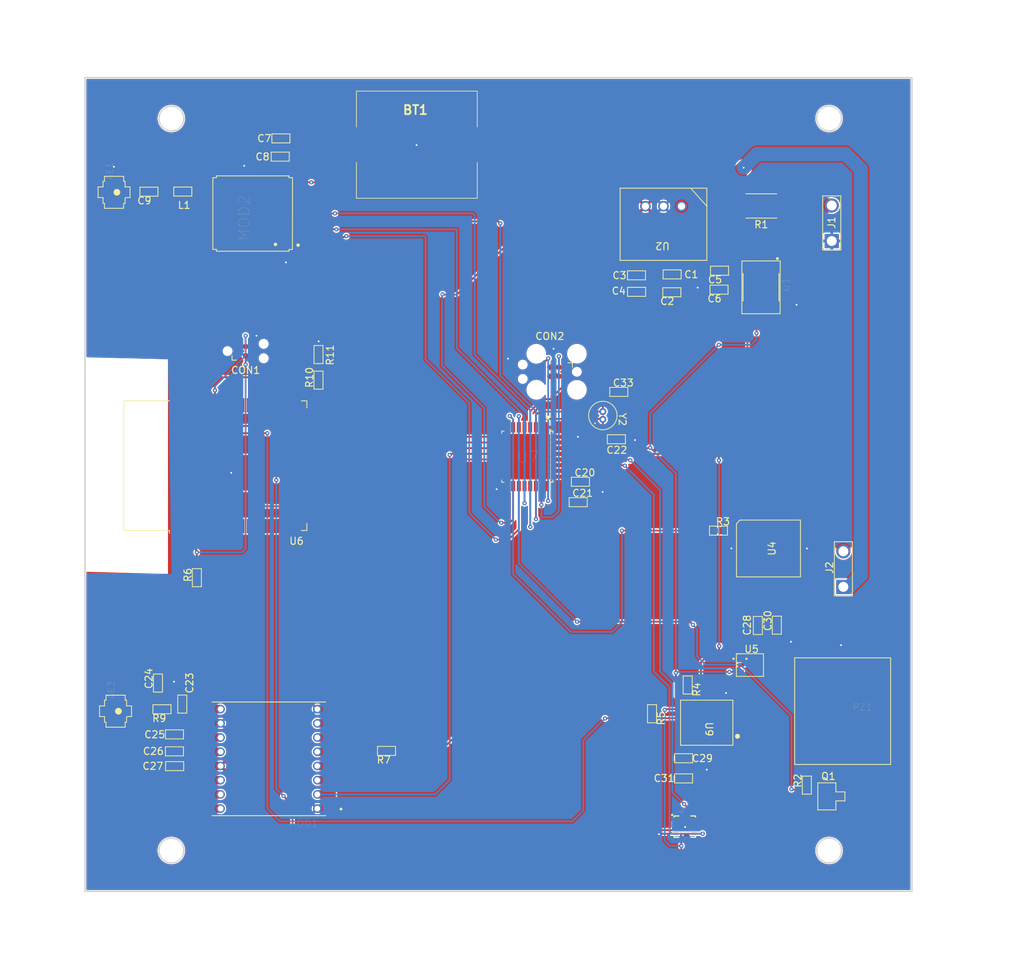
<source format=kicad_pcb>
(kicad_pcb (version 20210424) (generator pcbnew)
  (title_block (date "2021-05-19") (comment 1 " CRP 72-160 BOPLA BEHUIZING"))
  (layers (0 "F.Cu" signal) (31 "B.Cu" signal) (34 "B.Paste" user) (35 "F.Paste" user) (36 "B.SilkS" user "B.Silkscreen") (37 "F.SilkS" user "F.Silkscreen") (38 "B.Mask" user) (39 "F.Mask" user) (44 "Edge.Cuts" user))
  (net 0 "")
  (net 1 "Net-(AE1-Pad1)")
  (net 2 "GND")
  (net 3 "Net-(AE3-Pad1)")
  (net 4 "Net-(BT1-Pad1)")
  (net 5 "VDC")
  (net 6 "+3V3")
  (net 7 "Net-(C9-Pad1)")
  (net 8 "/LoRa_RFM/ANT")
  (net 9 "/RESET")
  (net 10 "/mcu/SWDIO")
  (net 11 "/mcu/SWDCLK")
  (net 13 "/mcu/RST")
  (net 14 "Net-(J1-Pad2)")
  (net 15 "Net-(J2-Pad2)")
  (net 16 "Net-(L1-Pad1)")
  (net 17 "/TX")
  (net 18 "/RX")
  (net 19 "/PPS")
  (net 20 "/WAKE")
  (net 21 "/RESET_GPS")
  (net 28 "Net-(PZ1-Pad1)")
  (net 29 "/BUZZER")
  (net 30 "/SSR")
  (net 31 "Net-(R3-Pad2)")
  (net 32 "/SDA")
  (net 33 "/SCL")
  (net 36 "/INT2")
  (net 37 "/INT1")
  (net 46 "/MOSI")
  (net 47 "/SCK")
  (net 48 "/CS")
  (net 49 "/MISO")
  (net 56 "/mcu/OSC_32_IN")
  (net 57 "/mcu/OSC_32_OUT")
  (net 66 "/esp32/GPIO0")
  (net 67 "/esp32/RESET")
  (net 68 "/esp32/RX")
  (net 69 "/esp32/TX")
  (footprint "vanalles:0603" (layer "F.Cu") (at 86.507252 179.644884 180)
    (fp_text reference "C26")
    (fp_text value "1uF")
  )
  (footprint "vanalles:0603RL" (layer "F.Cu") (at 84.752252 173.719884 180)
    (fp_text reference "R9")
    (fp_text value "0")
  )
  (footprint "vanalles:0603" (layer "F.Cu") (at 101.478748 93.392116 180)
    (fp_text reference "C7")
    (fp_text value "10uF")
  )
  (footprint "halfgeleiders:QFN-16_0.5MM" (layer "F.Cu") (at 158.288748 190.232116)
    (fp_text reference "U3")
    (fp_text value "LIS3DH")
  )
  (footprint "vanalles:0603" (layer "F.Cu") (at 163.173748 112.007116 180)
    (fp_text reference "C5")
    (fp_text value "10uF")
  )
  (footprint "vanalles:0603" (layer "F.Cu") (at 148.665 135.715)
    (fp_text reference "C22")
    (fp_text value "6.8pF")
  )
  (footprint "vanalles:0603" (layer "F.Cu") (at 86.542252 181.729884 180)
    (fp_text reference "C27")
    (fp_text value "0.1uF")
  )
  (footprint "vanalles:0603RL" (layer "F.Cu") (at 116.332 179.578 180)
    (fp_text reference "R7")
    (fp_text value "10K")
  )
  (footprint "vanalles:0603" (layer "F.Cu") (at 143.296 144.572)
    (fp_text reference "C21")
    (fp_text value "1uF")
  )
  (footprint "connectors_user:2pin_screw" (layer "F.Cu") (at 180.594 153.937116 90)
    (fp_text reference "J2")
    (fp_text value "Screw_Terminal_01x02")
  )
  (footprint "vanalles:0603" (layer "F.Cu") (at 87.683748 100.877116 180)
    (fp_text reference "L1")
    (fp_text value "5n6")
  )
  (footprint "vanalles:Fiducial_1mm_Mask3mm" (layer "F.Cu") (at 188.248748 86.772116)
    (fp_text reference "REF**" hide)
    (fp_text value "Fiducial_1mm_Mask3mm" hide)
  )
  (footprint "Module:XCVR_RFM98W-433S2" (layer "F.Cu") (at 99.800252 180.695884 180)
    (fp_text reference "MOD1")
    (fp_text value "RFM98W-433S2")
  )
  (footprint "vanalles:0603" (layer "F.Cu") (at 151.51 114.97)
    (fp_text reference "C4")
    (fp_text value "10uF")
  )
  (footprint "vanalles:0603RL" (layer "F.Cu") (at 89.662 155.194 90)
    (fp_text reference "R6")
    (fp_text value "10K")
  )
  (footprint "vanalles:0603" (layer "F.Cu") (at 158.118748 183.452116 180)
    (fp_text reference "C31")
    (fp_text value "10uF")
  )
  (footprint "halfgeleiders:QFP32P80_900X900X160L60X37N" (layer "F.Cu") (at 136.144 138.176 180)
    (fp_text reference "U7")
    (fp_text value "STM32L052K6Tx")
  )
  (footprint "halfgeleiders:soic p1.27 lengt 5.40" (layer "F.Cu") (at 164.097326 177.517116 180)
    (fp_text reference "U9")
    (fp_text value "ATECC608B")
  )
  (footprint "vanalles:0603" (layer "F.Cu") (at 175.443748 184.397116 90)
    (fp_text reference "R2")
    (fp_text value "10K")
  )
  (footprint "vanalles:PROSIGNAL_ABI-017-RC" (layer "F.Cu") (at 180.288748 174.032116)
    (fp_text reference "PZ1")
    (fp_text value "buzzer")
  )
  (footprint "halfgeleiders:sot-23," (layer "F.Cu") (at 178.898748 185.977116 -90)
    (fp_text reference "Q1")
    (fp_text value "BSS138")
  )
  (footprint "halfgeleiders:SOT-25" (layer "F.Cu") (at 167.446248 167.494616)
    (fp_text reference "U5")
    (fp_text value "DS28CM00R-A00+T")
  )
  (footprint "halfgeleiders:sop4 P=2.54" (layer "F.Cu") (at 173.548748 151.092116 90)
    (fp_text reference "U4")
    (fp_text value "G3VM-61HR2(TR05)")
  )
  (footprint "connectors_user:2pin_screw" (layer "F.Cu") (at 178.958748 105.272116 90)
    (fp_text reference "J1")
    (fp_text value "Screw_Terminal_01x02")
  )
  (footprint "vanalles:0603" (layer "F.Cu") (at 171.223748 161.884273 90)
    (fp_text reference "C30")
    (fp_text value "100nF")
  )
  (footprint "vanalles:0603" (layer "F.Cu") (at 143.6 141.7)
    (fp_text reference "C20")
    (fp_text value "100nF")
  )
  (footprint "vanalles:0603" (layer "F.Cu") (at 163.103748 114.677116 180)
    (fp_text reference "C6")
    (fp_text value "100nF")
  )
  (footprint "connectors_user:Tag-Connect_TC2050-IDC-FP_2x05_P1.27mm_Vertical" (layer "F.Cu") (at 139.305 126.23 180)
    (fp_text reference "CON2")
    (fp_text value "jtag")
  )
  (footprint "vanalles:0603RL" (layer "F.Cu") (at 106.77 127.4 90)
    (fp_text reference "R10")
    (fp_text value "10K")
  )
  (footprint "vanalles:recom psu" (layer "F.Cu") (at 155.288748 102.932116 180)
    (fp_text reference "U2")
    (fp_text value "R-783.3-1.0")
  )
  (footprint "vanalles:0603" (layer "F.Cu") (at 153.688748 174.352116 -90)
    (fp_text reference "R5")
    (fp_text value "10K")
  )
  (footprint "vanalles:0603" (layer "F.Cu") (at 156.508748 112.532116 180)
    (fp_text reference "C1")
    (fp_text value "100nF")
  )
  (footprint "vanalles:0603" (layer "F.Cu") (at 86.507252 177.254884 180)
    (fp_text reference "C25")
    (fp_text value "10uF")
  )
  (footprint "vanalles:0603" (layer "F.Cu") (at 84.182252 170.029884 90)
    (fp_text reference "C24")
    (fp_text value "NM")
  )
  (footprint "vanalles:0603RL" (layer "F.Cu") (at 106.77 123.8 90)
    (fp_text reference "R11")
    (fp_text value "NM")
  )
  (footprint "vanalles:0603" (layer "F.Cu") (at 156.465 115.045 180)
    (fp_text reference "C2")
    (fp_text value "10uF")
  )
  (footprint "halfgeleiders:SOIC127P599X175-8N" (layer "F.Cu") (at 169.008748 114.342116 -90)
    (fp_text reference "U1")
    (fp_text value "INA219BxDCN")
  )
  (footprint "Module:ESP32-WROOM-32" (layer "F.Cu") (at 95.25 139.446 90)
    (fp_text reference "U6")
    (fp_text value "ESP32-WROOM")
  )
  (footprint "vanalles:0603" (layer "F.Cu") (at 158.698748 170.302116 -90)
    (fp_text reference "R4")
    (fp_text value "10K")
  )
  (footprint "connectors_user:ufl connector" (layer "F.Cu") (at 78.232 173.99 90)
    (fp_text reference "AE3")
    (fp_text value "Antenna_Shield")
  )
  (footprint "vanalles:Fiducial_1mm_Mask3mm" (layer "F.Cu") (at 75.858748 197.332116)
    (fp_text reference "REF**" hide)
    (fp_text value "Fiducial_1mm_Mask3mm" hide)
  )
  (footprint "vanalles:0603" (layer "F.Cu") (at 168.553748 161.927116 90)
    (fp_text reference "C28")
    (fp_text value "100nF")
  )
  (footprint "vanalles:0603" (layer "F.Cu") (at 82.918748 100.892116 180)
    (fp_text reference "C9")
    (fp_text value "120nF")
  )
  (footprint "vanalles:crystal tht" (layer "F.Cu") (at 146.76 131.83 -90)
    (fp_text reference "Y2")
    (fp_text value "32khz")
  )
  (footprint "connectors_user:Tag-Connect_TC2030-IDC-NL_2x03_P1.27mm_Vertical" (layer "F.Cu") (at 96.52 123.317)
    (fp_text reference "CON1")
    (fp_text value "TAGconnect_ESP")
  )
  (footprint "vanalles:0603" (layer "F.Cu") (at 101.388748 95.962116 180)
    (fp_text reference "C8")
    (fp_text value "100nF")
  )
  (footprint "vanalles:0603" (layer "F.Cu") (at 149.005 129.055)
    (fp_text reference "C33")
    (fp_text value "6.8pF")
  )
  (footprint "vanalles:0603" (layer "F.Cu") (at 87.607252 172.984884 90)
    (fp_text reference "C23")
    (fp_text value "NM")
  )
  (footprint "vanalles:0603" (layer "F.Cu") (at 163.018748 148.572116)
    (fp_text reference "R3")
    (fp_text value "220 ")
  )
  (footprint "vanalles:0603" (layer "F.Cu") (at 158.130905 180.617116 180)
    (fp_text reference "C29")
    (fp_text value "10uF")
  )
  (footprint "vanalles:Fiducial_1mm_Mask3mm" (layer "F.Cu") (at 188.268748 197.302116)
    (fp_text reference "REF**" hide)
    (fp_text value "Fiducial_1mm_Mask3mm" hide)
  )
  (footprint "vanalles:R_2512_6332Metric_Pad1.40x3.35mm_HandSolder" (layer "F.Cu") (at 169.048748 102.892116 180)
    (fp_text reference "R1")
    (fp_text value "100m Ohm")
  )
  (footprint "connectors_user:ufl connector" (layer "F.Cu") (at 78.018748 100.972116 90)
    (fp_text reference "AE1")
    (fp_text value "sma")
  )
  (footprint "vanalles:3012TR" (layer "F.Cu") (at 120.598748 94.272116)
    (fp_text reference "BT1")
    (fp_text value "Battery_Cell" hide)
  )
  (footprint "Module:SON_STM_TESEO-LIV3R" (layer "F.Cu") (at 97.507344 103.962116 90)
    (fp_text reference "MOD2")
    (fp_text value "teseo-LIV")
  )
  (footprint "vanalles:0603" (layer "F.Cu") (at 151.493748 112.647116)
    (fp_text reference "C3")
    (fp_text value "100nF")
  )
  (gr_circle (center 139.02 132.68) (end 139.21799 132.68) (layer "F.SilkS") (width 0.15) (fill solid))
  (gr_circle (center 178.578747 193.592116) (end 180.328747 193.592116) (layer "Edge.Cuts") (width 0.2) (fill none))
  (gr_line (start 73.928747 199.342116) (end 190.228747 199.342116) (layer "Edge.Cuts") (width 0.2))
  (gr_line (start 190.228747 199.342116) (end 190.228747 84.842116) (layer "Edge.Cuts") (width 0.2))
  (gr_circle (center 178.578747 90.592116) (end 180.328747 90.592116) (layer "Edge.Cuts") (width 0.2) (fill none))
  (gr_line (start 73.928747 84.842116) (end 73.928747 199.342116) (layer "Edge.Cuts") (width 0.2))
  (gr_circle (center 86.078748 193.592116) (end 87.828748 193.592116) (layer "Edge.Cuts") (width 0.2) (fill none))
  (gr_circle (center 86.078748 90.592116) (end 87.828748 90.592116) (layer "Edge.Cuts") (width 0.2) (fill none))
  (gr_line (start 190.228747 84.842116) (end 73.928747 84.842116) (layer "Edge.Cuts") (width 0.2))
  (segment (start 82.198748 100.972116) (end 82.283748 100.887116) (width 0.25) (layer "F.Cu") (net 1))
  (segment (start 79.518748 100.972116) (end 82.198748 100.972116) (width 0.25) (layer "F.Cu") (net 1))
  (segment (start 77.213748 102.447116) (end 76.518748 101.752116) (width 0.25) (layer "F.Cu") (net 2))
  (segment (start 155.873748 112.527116) (end 155.873748 103.517116) (width 0.25) (layer "F.Cu") (net 2))
  (segment (start 100.843748 93.387116) (end 100.843748 95.867116) (width 0.25) (layer "F.Cu") (net 2))
  (segment (start 94.718748 101.762116) (end 95.198748 101.282116) (width 0.25) (layer "F.Cu") (net 2))
  (segment (start 95.198748 100.682116) (end 95.198748 100.032116) (width 0.25) (layer "F.Cu") (net 2))
  (segment (start 132.014 140.976) (end 132.014 142.56) (width 0.25) (layer "F.Cu") (net 2))
  (segment (start 177.703748 168.987116) (end 180.288748 168.987116) (width 0.25) (layer "F.Cu") (net 2))
  (segment (start 175.448748 171.242116) (end 177.703748 168.987116) (width 0.25) (layer "F.Cu") (net 2))
  (segment (start 85.997252 169.394884) (end 86.444184 169.841816) (width 0.25) (layer "F.Cu") (net 2))
  (segment (start 97.258748 100.682116) (end 100.753748 97.187116) (width 0.25) (layer "F.Cu") (net 2))
  (segment (start 170.858748 114.242116) (end 170.913748 114.297116) (width 0.25) (layer "F.Cu") (net 2))
  (segment (start 99.21 145.161) (end 94.495 140.446) (width 0.25) (layer "F.Cu") (net 2))
  (segment (start 96.298748 100.682116) (end 97.008748 100.682116) (width 0.25) (layer "F.Cu") (net 2))
  (segment (start 139.765 125.135) (end 139.765 123.055) (width 0.25) (layer "F.Cu") (net 2))
  (segment (start 146.715 143.115) (end 146.73 143.13) (width 0.25) (layer "F.Cu") (net 2))
  (segment (start 162.538748 112.002116) (end 162.538748 113.088748) (width 0.25) (layer "F.Cu") (net 2))
  (segment (start 168.558748 161.292116) (end 171.185905 161.292116) (width 0.25) (layer "F.Cu") (net 2))
  (segment (start 152.332884 113.737116) (end 155.803748 113.737116) (width 0.25) (layer "F.Cu") (net 2))
  (segment (start 152.145 113.758368) (end 152.145 114.975) (width 0.25) (layer "F.Cu") (net 2))
  (segment (start 142.716 136.176) (end 143.256 135.636) (width 0.25) (layer "F.Cu") (net 2))
  (segment (start 152.123748 113.737116) (end 152.145 113.758368) (width 0.25) (layer "F.Cu") (net 2))
  (segment (start 85.872252 177.249884) (end 85.872252 176.749884) (width 0.25) (layer "F.Cu") (net 2))
  (segment (start 136.07 126.03) (end 133.6 126.03) (width 0.25) (layer "F.Cu") (net 2))
  (segment (start 140.274 136.176) (end 142.716 136.176) (width 0.25) (layer "F.Cu") (net 2))
  (segment (start 151.16 135.72) (end 151.28 135.84) (width 0.25) (layer "F.Cu") (net 2))
  (segment (start 97.008748 100.682116) (end 97.258748 100.682116) (width 0.25) (layer "F.Cu") (net 2))
  (segment (start 140.575 126.865) (end 139.305 125.595) (width 0.25) (layer "F.Cu") (net 2))
  (segment (start 97.79 121.412) (end 98.044 121.158) (width 0.25) (layer "F.Cu") (net 2))
  (segment (start 170.913748 114.297116) (end 170.913748 116.812116) (width 0.25) (layer "F.Cu") (net 2))
  (segment (start 155.873748 103.517116) (end 155.288748 102.932116) (width 0.25) (layer "F.Cu") (net 2))
  (segment (start 143.25 135.376) (end 143.256 135.382) (width 0.25) (layer "F.Cu") (net 2))
  (segment (start 86.995 140.335) (end 87.376 139.954) (width 0.25) (layer "F.Cu") (net 2))
  (segment (start 86.444184 169.841816) (end 87.612252 171.009884) (width 0.25) (layer "F.Cu") (net 2))
  (segment (start 136.33 126.03) (end 136.07 126.03) (width 0.25) (layer "F.Cu") (net 2))
  (segment (start 152.123748 113.737116) (end 152.123748 112.657116) (width 0.25) (layer "F.Cu") (net 2))
  (segment (start 75.946 175.006) (end 75.946 173.99) (width 0.25) (layer "F.Cu") (net 2))
  (segment (start 171.361248 167.499616) (end 170.336248 167.499616) (width 0.25) (layer "F.Cu") (net 2))
  (segment (start 144.235 143.115) (end 146.715 143.115) (width 0.25) (layer "F.Cu") (net 2))
  (segment (start 78.018748 99.497116) (end 78.018748 97.392116) (width 0.25) (layer "F.Cu") (net 2))
  (segment (start 136.765 125.595) (end 136.33 126.03) (width 0.25) (layer "F.Cu") (net 2))
  (segment (start 155.803748 113.737116) (end 155.873748 113.807116) (width 0.25) (layer "F.Cu") (net 2))
  (segment (start 106.77 123.17) (end 106.77 121.96) (width 0.25) (layer "F.Cu") (net 2))
  (segment (start 95.198748 100.032116) (end 94.728748 99.562116) (width 0.25) (layer "F.Cu") (net 2))
  (segment (start 166.176248 167.499616) (end 170.336248 167.499616) (width 0.25) (layer "F.Cu") (net 2))
  (segment (start 76.518748 101.752116) (end 76.518748 100.972116) (width 0.25) (layer "F.Cu") (net 2))
  (segment (start 133.53 125.96) (end 133.43 125.86) (width 0.25) (layer "F.Cu") (net 2))
  (segment (start 96.298748 97.262116) (end 96.298748 100.682116) (width 0.25) (layer "F.Cu") (net 2))
  (segment (start 157.013748 191.232116) (end 154.733248 191.232116) (width 0.25) (layer "F.Cu") (net 2))
  (segment (start 102.107344 110.750712) (end 102.188748 110.832116) (width 0.25) (layer "F.Cu") (net 2))
  (segment (start 162.538748 114.602116) (end 162.468748 114.672116) (width 0.25) (layer "F.Cu") (net 2))
  (segment (start 161.401252 113.088748) (end 160.1 114.39) (width 0.25) (layer "F.Cu") (net 2))
  (segment (start 76.454 175.514) (end 75.946 175.006) (width 0.25) (layer "F.Cu") (net 2))
  (segment (start 173.213748 165.647116) (end 171.361248 167.499616) (width 0.25) (layer "F.Cu") (net 2))
  (segment (start 92.907344 101.762116) (end 94.718748 101.762116) (width 0.25) (layer "F.Cu") (net 2))
  (segment (start 97.79 122.682) (end 97.79 121.412) (width 0.25) (layer "F.Cu") (net 2))
  (segment (start 169.643748 114.247116) (end 169.638748 114.242116) (width 0.25) (layer "F.Cu") (net 2))
  (segment (start 100.843748 95.867116) (end 100.753748 95.957116) (width 0.25) (layer "F.Cu") (net 2))
  (segment (start 180.288748 164.722116) (end 180.268748 164.702116) (width 0.25) (layer "F.Cu") (net 2))
  (segment (start 76.793748 99.497116) (end 78.018748 99.497116) (width 0.25) (layer "F.Cu") (net 2))
  (segment (start 162.538748 113.088748) (end 161.401252 113.088748) (width 0.25) (layer "F.Cu") (net 2))
  (segment (start 144.235 143.115) (end 144.235 144.273) (width 0.25) (layer "F.Cu") (net 2))
  (segment (start 173.213748 162.734273) (end 173.213748 164.217116) (width 0.25) (layer "F.Cu") (net 2))
  (segment (start 171.728748 161.249273) (end 173.213748 162.734273) (width 0.25) (layer "F.Cu") (net 2))
  (segment (start 95.198748 100.682116) (end 97.008748 100.682116) (width 0.25) (layer "F.Cu") (net 2))
  (segment (start 85.907252 181.724884) (end 85.907252 177.284884) (width 0.25) (layer "F.Cu") (net 2))
  (segment (start 171.185905 161.292116) (end 171.228748 161.249273) (width 0.25) (layer "F.Cu") (net 2))
  (segment (start 78.232 175.465) (end 76.503 175.465) (width 0.25) (layer "F.Cu") (net 2))
  (segment (start 86.995 130.946) (end 86.995 139.573) (width 0.25) (layer "F.Cu") (net 2))
  (segment (start 154.733248 191.232116) (end 154.658748 191.306616) (width 0.25) (layer "F.Cu") (net 2))
  (segment (start 80.227252 169.394884) (end 78.232 171.390136) (width 0.25) (layer "F.Cu") (net 2))
  (segment (start 76.732 172.515) (end 78.232 172.515) (width 0.25) (layer "F.Cu") (net 2))
  (segment (start 180.288748 168.987116) (end 180.288748 164.722116) (width 0.25) (layer "F.Cu") (net 2))
  (segment (start 76.732 173.99) (end 76.732 172.515) (width 0.25) (layer "F.Cu") (net 2))
  (segment (start 133.6 126.03) (end 133.53 125.96) (width 0.25) (layer "F.Cu") (net 2))
  (segment (start 157.495905 180.612116) (end 157.495905 182.149273) (width 0.25) (layer "F.Cu") (net 2))
  (segment (start 87.376 139.954) (end 87.868 140.446) (width 0.25) (layer "F.Cu") (net 2))
  (segment (start 80.227252 169.394884) (end 84.187252 169.394884) (width 0.25) (layer "F.Cu") (net 2))
  (segment (start 169.638748 114.242116) (end 170.858748 114.242116) (width 0.25) (layer "F.Cu") (net 2))
  (segment (start 139.765 123.055) (end 139.83 122.99) (width 0.25) (layer "F.Cu") (net 2))
  (segment (start 152.123748 112.657116) (end 152.128748 112.652116) (width 0.25) (layer "F.Cu") (net 2))
  (segment (start 157.495905 182.149273) (end 157.495905 183.434959) (width 0.25) (layer "F.Cu") (net 2))
  (segment (start 167.248748 151.092116) (end 164.848748 151.092116) (width 0.25) (layer "F.Cu") (net 2))
  (segment (start 168.373748 113.747116) (end 168.868748 114.242116) (width 0.25) (layer "F.Cu") (net 2))
  (segment (start 170.913748 116.812116) (end 173.998748 116.812116) (width 0.25) (layer "F.Cu") (net 2))
  (segment (start 173.213748 164.217116) (end 173.213748 165.647116) (width 0.25) (layer "F.Cu") (net 2))
  (segment (start 76.518748 100.972116) (end 76.518748 99.772116) (width 0.25) (layer "F.Cu") (net 2))
  (segment (start 158.898748 189.732116) (end 158.338748 190.292116) (width 0.25) (layer "F.Cu") (net 2))
  (segment (start 78.018748 102.447116) (end 77.213748 102.447116) (width 0.25) (layer "F.Cu") (net 2))
  (segment (start 143.256 135.636) (end 143.256 135.382) (width 0.25) (layer "F.Cu") (net 2))
  (segment (start 140.274 135.376) (end 143.25 135.376) (width 0.25) (layer "F.Cu") (net 2))
  (segment (start 87.612252 171.009884) (end 87.612252 172.349884) (width 0.25) (layer "F.Cu") (net 2))
  (segment (start 78.232 171.390136) (end 78.232 172.515) (width 0.25) (layer "F.Cu") (net 2))
  (segment (start 78.018748 97.392116) (end 78.008748 97.382116) (width 0.25) (layer "F.Cu") (net 2))
  (segment (start 76.503 175.465) (end 76.454 175.514) (width 0.25) (layer "F.Cu") (net 2))
  (segment (start 87.868 140.446) (end 94.495 140.446) (width 0.25) (layer "F.Cu") (net 2))
  (segment (start 162.538748 113.088748) (end 162.538748 114.602116) (width 0.25) (layer "F.Cu") (net 2))
  (segment (start 157.495905 182.149273) (end 161.315905 182.149273) (width 0.25) (layer "F.Cu") (net 2))
  (segment (start 149.64 135.38) (end 149.3 135.72) (width 0.25) (layer "F.Cu") (net 2))
  (segment (start 169.643748 116.812116) (end 169.643748 114.247116) (width 0.25) (layer "F.Cu") (net 2))
  (segment (start 86.995 139.573) (end 87.376 139.954) (width 0.25) (layer "F.Cu") (net 2))
  (segment (start 175.448748 183.762116) (end 175.448748 171.242116) (width 0.25) (layer "F.Cu") (net 2))
  (segment (start 86.926252 175.695884) (end 91.800252 175.695884) (width 0.25) (layer "F.Cu") (net 2))
  (segment (start 171.228748 161.249273) (end 171.728748 161.249273) (width 0.25) (layer "F.Cu") (net 2))
  (segment (start 158.778748 190.732116) (end 158.338748 190.292116) (width 0.25) (layer "F.Cu") (net 2))
  (segment (start 96.318748 97.242116) (end 96.298748 97.262116) (width 0.25) (layer "F.Cu") (net 2))
  (segment (start 94.728748 99.562116) (end 92.907344 99.562116) (width 0.25) (layer "F.Cu") (net 2))
  (segment (start 159.563748 190.732116) (end 158.778748 190.732116) (width 0.25) (layer "F.Cu") (net 2))
  (segment (start 161.315905 182.149273) (end 161.378748 182.212116) (width 0.25) (layer "F.Cu") (net 2))
  (segment (start 157.495905 183.434959) (end 157.483748 183.447116) (width 0.25) (layer "F.Cu") (net 2))
  (segment (start 144.235 144.273) (end 143.931 144.577) (width 0.25) (layer "F.Cu") (net 2))
  (segment (start 86.995 147.946) (end 86.995 140.335) (width 0.25) (layer "F.Cu") (net 2))
  (segment (start 173.096248 163.279616) (end 173.108748 163.292116) (width 0.25) (layer "F.Cu") (net 2))
  (segment (start 164.848748 151.092116) (end 164.838748 151.082116) (width 0.25) (layer "F.Cu") (net 2))
  (segment (start 173.548748 151.092116) (end 175.458748 151.092116) (width 2) (layer "F.Cu") (net 2))
  (segment (start 155.873748 112.527116) (end 155.873748 113.807116) (width 0.25) (layer "F.Cu") (net 2))
  (segment (start 168.868748 114.242116) (end 169.638748 114.242116) (width 0.25) (layer "F.Cu") (net 2))
  (segment (start 149.3 135.72) (end 151.16 135.72) (width 0.25) (layer "F.Cu") (net 2))
  (segment (start 106.77 121.96) (end 106.79 121.94) (width 0.25) (layer "F.Cu") (net 2))
  (segment (start 132.014 142.56) (end 131.826 142.748) (width 0.25) (layer "F.Cu") (net 2))
  (segment (start 102.107344 108.362116) (end 102.107344 110.750712) (width 0.25) (layer "F.Cu") (net 2))
  (segment (start 85.872252 176.749884) (end 86.926252 175.695884) (width 0.25) (layer "F.Cu") (net 2))
  (segment (start 75.946 173.99) (end 76.732 173.99) (width 0.25) (layer "F.Cu") (net 2))
  (segment (start 159.563748 189.732116) (end 158.898748 189.732116) (width 0.25) (layer "F.Cu") (net 2))
  (segment (start 164.097326 171.440694) (end 164.088748 171.432116) (width 0.25) (layer "F.Cu") (net 2))
  (segment (start 173.998748 116.812116) (end 174.008748 116.802116) (width 0.25) (layer "F.Cu") (net 2))
  (segment (start 95.198748 101.282116) (end 95.198748 100.682116) (width 0.25) (layer "F.Cu") (net 2))
  (segment (start 85.997252 169.394884) (end 84.187252 169.394884) (width 0.25) (layer "F.Cu") (net 2))
  (segment (start 100.753748 97.187116) (end 100.753748 95.957116) (width 0.25) (layer "F.Cu") (net 2))
  (segment (start 85.907252 177.284884) (end 85.872252 177.249884) (width 0.25) (layer "F.Cu") (net 2))
  (segment (start 155.873748 113.807116) (end 155.873748 114.987116) (width 0.25) (layer "F.Cu") (net 2))
  (segment (start 168.373748 111.872116) (end 168.373748 113.747116) (width 0.25) (layer "F.Cu") (net 2))
  (segment (start 152.123748 113.737116) (end 152.332884 113.737116) (width 0.25) (layer "F.Cu") (net 2))
  (segment (start 133.43 125.86) (end 133.43 124.38) (width 0.25) (layer "F.Cu") (net 2))
  (segment (start 104.505 145.161) (end 99.21 145.161) (width 0.25) (layer "F.Cu") (net 2))
  (segment (start 149.64 129.06) (end 149.64 135.38) (width 0.25) (layer "F.Cu") (net 2))
  (segment (start 139.305 125.595) (end 139.765 125.135) (width 0.25) (layer "F.Cu") (net 2))
  (segment (start 76.518748 99.772116) (end 76.793748 99.497116) (width 0.25) (layer "F.Cu") (net 2))
  (segment (start 164.097326 173.707116) (end 164.097326 171.440694) (width 0.25) (layer "F.Cu") (net 2))
  (segment (start 144.235 141.705) (end 144.235 143.115) (width 0.25) (layer "F.Cu") (net 2))
  (segment (start 170.336248 167.499616) (end 170.596248 167.499616) (width 0.25) (layer "F.Cu") (net 2))
  (via (at 133.43 124.38) (size 0.6) (drill 0.25) (layers "F.Cu" "B.Cu") (net 2))
  (via (at 106.79 121.94) (size 0.6) (drill 0.25) (layers "F.Cu" "B.Cu") (net 2))
  (via (at 98.044 121.158) (size 0.6) (drill 0.25) (layers "F.Cu" "B.Cu") (net 2))
  (via (at 151.28 135.84) (size 0.6) (drill 0.25) (layers "F.Cu" "B.Cu") (net 2))
  (via (at 139.83 122.99) (size 0.6) (drill 0.25) (layers "F.Cu" "B.Cu") (net 2))
  (via (at 158.338748 190.292116) (size 0.6) (drill 0.25) (layers "F.Cu" "B.Cu") (net 2))
  (via (at 164.838748 151.082116) (size 0.6) (drill 0.25) (layers "F.Cu" "B.Cu") (net 2))
  (via (at 94.495 140.446) (size 0.6) (drill 0.25) (layers "F.Cu" "B.Cu") (net 2))
  (via (at 143.256 135.382) (size 0.6) (drill 0.25) (layers "F.Cu" "B.Cu") (net 2))
  (via (at 175.458748 151.092116) (size 0.6) (drill 0.25) (layers "F.Cu" "B.Cu") (net 2))
  (via (at 146.73 143.13) (size 0.6) (drill 0.25) (layers "F.Cu" "B.Cu") (net 2))
  (via (at 102.188748 110.832116) (size 0.6) (drill 0.25) (layers "F.Cu" "B.Cu") (net 2))
  (via (at 86.444184 169.841816) (size 0.6) (drill 0.25) (layers "F.Cu" "B.Cu") (net 2))
  (via (at 160.1 114.39) (size 0.6) (drill 0.25) (layers "F.Cu" "B.Cu") (net 2))
  (via (at 154.658748 191.306616) (size 0.6) (drill 0.25) (layers "F.Cu" "B.Cu") (net 2))
  (via (at 96.318748 97.242116) (size 0.6) (drill 0.25) (layers "F.Cu" "B.Cu") (net 2))
  (via (at 78.008748 97.382116) (size 0.6) (drill 0.25) (layers "F.Cu" "B.Cu") (net 2))
  (via (at 120.558748 94.332116) (size 0.6) (drill 0.25) (layers "F.Cu" "B.Cu") (net 2))
  (via (at 180.268748 164.702116) (size 0.6) (drill 0.25) (layers "F.Cu" "B.Cu") (net 2))
  (via (at 164.088748 171.432116) (size 0.6) (drill 0.25) (layers "F.Cu" "B.Cu") (net 2))
  (via (at 173.213748 164.217116) (size 0.6) (drill 0.25) (layers "F.Cu" "B.Cu") (net 2))
  (via (at 174.008748 116.802116) (size 0.6) (drill 0.25) (layers "F.Cu" "B.Cu") (net 2))
  (via (at 131.826 142.748) (size 0.6) (drill 0.25) (layers "F.Cu" "B.Cu") (net 2))
  (via (at 161.378748 182.212116) (size 0.6) (drill 0.25) (layers "F.Cu" "B.Cu") (net 2))
  (segment (start 84.187252 170.664884) (end 84.122252 170.729884) (width 0.25) (layer "F.Cu") (net 3))
  (segment (start 84.004252 173.837884) (end 84.122252 173.719884) (width 0.25) (layer "F.Cu") (net 3))
  (segment (start 84.122252 170.729884) (end 84.122252 173.719884) (width 0.25) (layer "F.Cu") (net 3))
  (segment (start 79.964252 173.837884) (end 84.004252 173.837884) (width 0.25) (layer "F.Cu") (net 3))
  (segment (start 100.078748 98.952116) (end 101.498748 97.532116) (width 0.25) (layer "F.Cu") (net 4))
  (segment (start 100.148748 102.862116) (end 100.078748 102.792116) (width 0.25) (layer "F.Cu") (net 4))
  (segment (start 100.078748 102.792116) (end 100.078748 98.952116) (width 0.25) (layer "F.Cu") (net 4))
  (segment (start 105.608748 94.532116) (end 105.868748 94.272116) (width 0.25) (layer "F.Cu") (net 4))
  (segment (start 105.868748 94.272116) (end 110.578748 94.272116) (width 0.25) (layer "F.Cu") (net 4))
  (segment (start 102.107344 102.862116) (end 100.148748 102.862116) (width 0.25) (layer "F.Cu") (net 4))
  (segment (start 101.498748 97.532116) (end 103.958748 97.532116) (width 0.25) (layer "F.Cu") (net 4))
  (segment (start 105.608748 95.882116) (end 105.608748 94.532116) (width 0.25) (layer "F.Cu") (net 4))
  (segment (start 130.618748 94.272116) (end 130.618748 89.232116) (width 0.25) (layer "F.Cu") (net 4))
  (segment (start 103.958748 97.532116) (end 105.608748 95.882116) (width 0.25) (layer "F.Cu") (net 4))
  (segment (start 129.698748 88.312116) (end 112.798748 88.312116) (width 0.25) (layer "F.Cu") (net 4))
  (segment (start 110.578748 90.532116) (end 110.578748 94.272116) (width 0.25) (layer "F.Cu") (net 4))
  (segment (start 112.798748 88.312116) (end 110.578748 90.532116) (width 0.25) (layer "F.Cu") (net 4))
  (segment (start 130.618748 89.232116) (end 129.698748 88.312116) (width 0.25) (layer "F.Cu") (net 4))
  (segment (start 157.143748 103.617116) (end 157.828748 102.932116) (width 0.25) (layer "F.Cu") (net 5))
  (segment (start 166.558748 97.502116) (end 165.998748 98.062116) (width 2) (layer "F.Cu") (net 5))
  (segment (start 169.643748 106.537116) (end 165.998748 102.892116) (width 0.25) (layer "F.Cu") (net 5))
  (segment (start 165.998748 102.892116) (end 157.868748 102.892116) (width 2) (layer "F.Cu") (net 5))
  (segment (start 157.143748 112.527116) (end 157.143748 114.987116) (width 0.25) (layer "F.Cu") (net 5))
  (segment (start 165.998748 98.062116) (end 165.998748 102.892116) (width 2) (layer "F.Cu") (net 5))
  (segment (start 157.143748 112.527116) (end 157.143748 103.617116) (width 0.25) (layer "F.Cu") (net 5))
  (segment (start 169.643748 111.872116) (end 169.643748 106.537116) (width 0.25) (layer "F.Cu") (net 5))
  (segment (start 157.868748 102.892116) (end 157.828748 102.932116) (width 2) (layer "F.Cu") (net 5))
  (via (at 166.558748 97.502116) (size 0.6) (drill 0.25) (layers "F.Cu" "B.Cu") (net 5))
  (segment (start 180.589 156.492116) (end 181.408748 156.492116) (width 2) (layer "B.Cu") (net 5))
  (segment (start 183.038748 97.742116) (end 180.888748 95.592116) (width 2) (layer "B.Cu") (net 5))
  (segment (start 181.408748 156.492116) (end 183.038748 154.862116) (width 2) (layer "B.Cu") (net 5))
  (segment (start 180.888748 95.592116) (end 168.468748 95.592116) (width 2) (layer "B.Cu") (net 5))
  (segment (start 168.468748 95.592116) (end 166.558748 97.502116) (width 2) (layer "B.Cu") (net 5))
  (segment (start 183.038748 154.862116) (end 183.038748 97.742116) (width 2) (layer "B.Cu") (net 5))
  (segment (start 91.771252 181.724884) (end 91.800252 181.695884) (width 0.25) (layer "F.Cu") (net 6))
  (segment (start 83.553748 100.887116) (end 87.033748 100.887116) (width 0.25) (layer "F.Cu") (net 7))
  (segment (start 87.033748 100.887116) (end 87.048748 100.872116) (width 0.25) (layer "F.Cu") (net 7))
  (segment (start 87.608252 173.685884) (end 87.642252 173.719884) (width 0.25) (layer "F.Cu") (net 8))
  (segment (start 85.392252 173.719884) (end 87.642252 173.719884) (width 0.25) (layer "F.Cu") (net 8))
  (segment (start 91.776252 173.719884) (end 91.800252 173.695884) (width 0.25) (layer "F.Cu") (net 8))
  (segment (start 87.642252 173.719884) (end 91.776252 173.719884) (width 0.25) (layer "F.Cu") (net 8))
  (segment (start 114.808 177.292) (end 114.404116 177.695884) (width 0.25) (layer "F.Cu") (net 9))
  (segment (start 123.196 135.376) (end 114.808 143.764) (width 0.25) (layer "F.Cu") (net 9))
  (segment (start 114.808 143.764) (end 114.808 177.292) (width 0.25) (layer "F.Cu") (net 9))
  (segment (start 132.014 135.376) (end 123.196 135.376) (width 0.25) (layer "F.Cu") (net 9))
  (segment (start 114.404116 177.695884) (end 107.800252 177.695884) (width 0.25) (layer "F.Cu") (net 9))
  (segment (start 138.3 142.13) (end 138.384489 142.214489) (width 0.25) (layer "F.Cu") (net 10))
  (segment (start 140.575 124.065) (end 140.57 124.06) (width 0.25) (layer "F.Cu") (net 10))
  (segment (start 140.575 125.595) (end 140.575 124.065) (width 0.25) (layer "F.Cu") (net 10))
  (segment (start 138.12 142.13) (end 138.3 142.13) (width 0.25) (layer "F.Cu") (net 10))
  (segment (start 138.12 144.96) (end 138.12 142.13) (width 0.25) (layer "F.Cu") (net 10))
  (via (at 140.57 124.06) (size 0.6) (drill 0.25) (layers "F.Cu" "B.Cu") (net 10))
  (via (at 138.12 144.96) (size 0.6) (drill 0.25) (layers "F.Cu" "B.Cu") (net 10))
  (segment (start 140.54 145.86) (end 139.7 146.7) (width 0.25) (layer "B.Cu") (net 10))
  (segment (start 138.15 146.7) (end 138.12 146.67) (width 0.25) (layer "B.Cu") (net 10))
  (segment (start 140.57 124.06) (end 140.57 145.83) (width 0.25) (layer "B.Cu") (net 10))
  (segment (start 138.12 146.67) (end 138.12 144.96) (width 0.25) (layer "B.Cu") (net 10))
  (segment (start 139.7 146.7) (end 138.15 146.7) (width 0.25) (layer "B.Cu") (net 10))
  (segment (start 140.57 145.83) (end 140.54 145.86) (width 0.25) (layer "B.Cu") (net 10))
  (segment (start 139.07 144.39) (end 139.07 142.432) (width 0.25) (layer "F.Cu") (net 11))
  (segment (start 139.07 142.432) (end 138.944 142.306) (width 0.25) (layer "F.Cu") (net 11))
  (segment (start 138.035 125.595) (end 138.035 125.395) (width 0.25) (layer "F.Cu") (net 11))
  (segment (start 138.035 125.395) (end 139.08 124.35) (width 0.25) (layer "F.Cu") (net 11))
  (via (at 139.08 124.35) (size 0.6) (drill 0.25) (layers "F.Cu" "B.Cu") (net 11))
  (via (at 139.07 144.39) (size 0.6) (drill 0.25) (layers "F.Cu" "B.Cu") (net 11))
  (segment (start 139.08 144.38) (end 139.07 144.39) (width 0.25) (layer "B.Cu") (net 11))
  (segment (start 139.08 124.35) (end 139.08 144.38) (width 0.25) (layer "B.Cu") (net 11))
  (segment (start 138.267539 130.082461) (end 136.544 131.806) (width 0.25) (layer "F.Cu") (net 13))
  (segment (start 139.357539 130.082461) (end 138.267539 130.082461) (width 0.25) (layer "F.Cu") (net 13))
  (segment (start 136.544 131.806) (end 136.544 134.046) (width 0.25) (layer "F.Cu") (net 13))
  (segment (start 141.845 127.595) (end 139.357539 130.082461) (width 0.25) (layer "F.Cu") (net 13))
  (segment (start 141.845 126.865) (end 141.845 127.595) (width 0.25) (layer "F.Cu") (net 13))
  (segment (start 178.953748 102.827116) (end 172.163748 102.827116) (width 2) (layer "F.Cu") (net 14))
  (segment (start 170.913748 111.872116) (end 170.913748 104.077116) (width 0.25) (layer "F.Cu") (net 14))
  (segment (start 170.913748 104.077116) (end 172.098748 102.892116) (width 0.25) (layer "F.Cu") (net 14))
  (segment (start 172.163748 102.827116) (end 172.098748 102.892116) (width 2) (layer "F.Cu") (net 14))
  (segment (start 180.589 150.562368) (end 180.589 151.492116) (width 2) (layer "F.Cu") (net 15))
  (segment (start 170.568748 153.632116) (end 173.548748 153.632116) (width 2) (layer "F.Cu") (net 15))
  (segment (start 173.548748 148.552116) (end 173.558748 148.562116) (width 2) (layer "F.Cu") (net 15))
  (segment (start 173.558748 148.562116) (end 178.588748 148.562116) (width 2) (layer "F.Cu") (net 15))
  (segment (start 178.588748 148.562116) (end 180.589 150.562368) (width 2) (layer "F.Cu") (net 15))
  (segment (start 170.068748 153.132116) (end 170.568748 153.632116) (width 2) (layer "F.Cu") (net 15))
  (segment (start 170.868748 148.552116) (end 170.068748 149.352116) (width 2) (layer "F.Cu") (net 15))
  (segment (start 173.548748 148.552116) (end 170.868748 148.552116) (width 2) (layer "F.Cu") (net 15))
  (segment (start 170.068748 149.352116) (end 170.068748 153.132116) (width 2) (layer "F.Cu") (net 15))
  (segment (start 92.907344 100.662116) (end 88.528748 100.662116) (width 0.25) (layer "F.Cu") (net 16))
  (segment (start 88.528748 100.662116) (end 88.318748 100.872116) (width 0.25) (layer "F.Cu") (net 16))
  (segment (start 110.68 107.14) (end 110.557884 107.262116) (width 0.25) (layer "F.Cu") (net 17))
  (segment (start 133.5 149.85) (end 131.7 149.85) (width 0.25) (layer "F.Cu") (net 17))
  (segment (start 133.64 149.71) (end 133.5 149.85) (width 0.25) (layer "F.Cu") (net 17))
  (segment (start 110.557884 107.262116) (end 102.107344 107.262116) (width 0.25) (layer "F.Cu") (net 17))
  (segment (start 134.944 148.406) (end 133.64 149.71) (width 0.25) (layer "F.Cu") (net 17))
  (segment (start 134.944 142.306) (end 134.944 148.406) (width 0.25) (layer "F.Cu") (net 17))
  (via (at 110.68 107.14) (size 0.6) (drill 0.25) (layers "F.Cu" "B.Cu") (net 17))
  (via (at 131.7 149.85) (size 0.6) (drill 0.25) (layers "F.Cu" "B.Cu") (net 17))
  (segment (start 121.66 107.14) (end 110.68 107.14) (width 0.25) (layer "B.Cu") (net 17))
  (segment (start 127.98 146.13) (end 127.98 130.64) (width 0.25) (layer "B.Cu") (net 17))
  (segment (start 121.83 107.31) (end 121.66 107.14) (width 0.25) (layer "B.Cu") (net 17))
  (segment (start 121.83 124.49) (end 121.83 107.31) (width 0.25) (layer "B.Cu") (net 17))
  (segment (start 127.98 130.64) (end 121.83 124.49) (width 0.25) (layer "B.Cu") (net 17))
  (segment (start 131.7 149.85) (end 127.98 146.13) (width 0.25) (layer "B.Cu") (net 17))
  (segment (start 109.262116 106.162116) (end 102.107344 106.162116) (width 0.25) (layer "F.Cu") (net 18))
  (segment (start 135.744 144.724) (end 135.75 144.73) (width 0.25) (layer "F.Cu") (net 18))
  (segment (start 109.29 106.19) (end 109.262116 106.162116) (width 0.25) (layer "F.Cu") (net 18))
  (segment (start 135.744 142.306) (end 135.744 144.724) (width 0.25) (layer "F.Cu") (net 18))
  (via (at 135.75 144.73) (size 0.6) (drill 0.25) (layers "F.Cu" "B.Cu") (net 18))
  (via (at 109.29 106.19) (size 0.6) (drill 0.25) (layers "F.Cu" "B.Cu") (net 18))
  (segment (start 109.3 106.18) (end 126.24 106.18) (width 0.25) (layer "B.Cu") (net 18))
  (segment (start 126.24 122.939723) (end 135.75 132.449723) (width 0.25) (layer "B.Cu") (net 18))
  (segment (start 109.29 106.19) (end 109.3 106.18) (width 0.25) (layer "B.Cu") (net 18))
  (segment (start 126.24 106.18) (end 126.24 122.939723) (width 0.25) (layer "B.Cu") (net 18))
  (segment (start 135.75 132.449723) (end 135.75 144.73) (width 0.25) (layer "B.Cu") (net 18))
  (segment (start 137.344 142.306) (end 137.344 146.944) (width 0.25) (layer "F.Cu") (net 19))
  (segment (start 137.344 146.944) (end 137.36 146.96) (width 0.25) (layer "F.Cu") (net 19))
  (segment (start 132.052116 105.062116) (end 102.107344 105.062116) (width 0.25) (layer "F.Cu") (net 19))
  (segment (start 132.34 105.35) (end 132.052116 105.062116) (width 0.25) (layer "F.Cu") (net 19))
  (via (at 137.36 146.96) (size 0.6) (drill 0.25) (layers "F.Cu" "B.Cu") (net 19))
  (via (at 132.34 105.35) (size 0.6) (drill 0.25) (layers "F.Cu" "B.Cu") (net 19))
  (segment (start 132.34 126.74) (end 132.34 105.35) (width 0.25) (layer "B.Cu") (net 19))
  (segment (start 136.68 131.08) (end 132.34 126.74) (width 0.25) (layer "B.Cu") (net 19))
  (segment (start 137.36 146.96) (end 137.36 131.76) (width 0.25) (layer "B.Cu") (net 19))
  (segment (start 137.36 131.76) (end 136.68 131.08) (width 0.25) (layer "B.Cu") (net 19))
  (segment (start 109.067884 103.962116) (end 102.107344 103.962116) (width 0.25) (layer "F.Cu") (net 20))
  (segment (start 136.544 142.306) (end 136.544 148.034) (width 0.25) (layer "F.Cu") (net 20))
  (segment (start 136.544 148.034) (end 136.56 148.05) (width 0.25) (layer "F.Cu") (net 20))
  (segment (start 109.09 103.94) (end 109.067884 103.962116) (width 0.25) (layer "F.Cu") (net 20))
  (via (at 136.56 148.05) (size 0.6) (drill 0.25) (layers "F.Cu" "B.Cu") (net 20))
  (via (at 109.09 103.94) (size 0.6) (drill 0.25) (layers "F.Cu" "B.Cu") (net 20))
  (segment (start 136.56 148.05) (end 136.56 131.63) (width 0.25) (layer "B.Cu") (net 20))
  (segment (start 128.74 104.22) (end 128.46 103.94) (width 0.25) (layer "B.Cu") (net 20))
  (segment (start 136.56 131.63) (end 135.07 130.14) (width 0.25) (layer "B.Cu") (net 20))
  (segment (start 128.74 123.81) (end 128.74 104.22) (width 0.25) (layer "B.Cu") (net 20))
  (segment (start 128.46 103.94) (end 109.09 103.94) (width 0.25) (layer "B.Cu") (net 20))
  (segment (start 135.07 130.14) (end 128.74 123.81) (width 0.25) (layer "B.Cu") (net 20))
  (segment (start 134.144 142.306) (end 134.144 146.986) (width 0.25) (layer "F.Cu") (net 21))
  (segment (start 124.26 115.37) (end 126.23 115.37) (width 0.25) (layer "F.Cu") (net 21))
  (segment (start 124.22 115.33) (end 124.26 115.37) (width 0.25) (layer "F.Cu") (net 21))
  (segment (start 134.144 146.986) (end 133.66 147.47) (width 0.25) (layer "F.Cu") (net 21))
  (segment (start 105.758748 99.572116) (end 105.748748 99.562116) (width 0.25) (layer "F.Cu") (net 21))
  (segment (start 133.88 102.29) (end 131.162116 99.572116) (width 0.25) (layer "F.Cu") (net 21))
  (segment (start 133.66 147.47) (end 132.48 147.47) (width 0.25) (layer "F.Cu") (net 21))
  (segment (start 133.88 107.72) (end 133.88 102.29) (width 0.25) (layer "F.Cu") (net 21))
  (segment (start 126.23 115.37) (end 133.88 107.72) (width 0.25) (layer "F.Cu") (net 21))
  (segment (start 131.162116 99.572116) (end 105.758748 99.572116) (width 0.25) (layer "F.Cu") (net 21))
  (segment (start 105.748748 99.562116) (end 102.107344 99.562116) (width 0.25) (layer "F.Cu") (net 21))
  (via (at 105.758748 99.572116) (size 0.6) (drill 0.25) (layers "F.Cu" "B.Cu") (net 21))
  (via (at 124.22 115.33) (size 0.6) (drill 0.25) (layers "F.Cu" "B.Cu") (net 21))
  (via (at 132.48 147.47) (size 0.6) (drill 0.25) (layers "F.Cu" "B.Cu") (net 21))
  (segment (start 130.085 145.215) (end 130.085 131.315) (width 0.25) (layer "B.Cu") (net 21))
  (segment (start 130.085 131.315) (end 124.15 125.38) (width 0.25) (layer "B.Cu") (net 21))
  (segment (start 132.34 147.47) (end 130.085 145.215) (width 0.25) (layer "B.Cu") (net 21))
  (segment (start 124.15 125.38) (end 124.15 115.4) (width 0.25) (layer "B.Cu") (net 21))
  (segment (start 132.48 147.47) (end 132.34 147.47) (width 0.25) (layer "B.Cu") (net 21))
  (segment (start 124.15 115.4) (end 124.22 115.33) (width 0.25) (layer "B.Cu") (net 21))
  (segment (start 179.998568 185.977116) (end 179.998568 179.367296) (width 0.25) (layer "F.Cu") (net 28))
  (segment (start 179.998568 179.367296) (end 180.288748 179.077116) (width 0.25) (layer "F.Cu") (net 28))
  (segment (start 173.358748 185.032116) (end 173.288748 184.962116) (width 0.25) (layer "F.Cu") (net 29))
  (segment (start 134.94 132.49) (end 134.944 132.494) (width 0.25) (layer "F.Cu") (net 29))
  (segment (start 134.944 132.494) (end 134.944 134.046) (width 0.25) (layer "F.Cu") (net 29))
  (segment (start 143.13 161.39) (end 158.99 161.39) (width 0.25) (layer "F.Cu") (net 29))
  (segment (start 158.99 161.39) (end 159.43 161.83) (width 0.25) (layer "F.Cu") (net 29))
  (segment (start 175.448748 185.032116) (end 173.358748 185.032116) (width 0.25) (layer "F.Cu") (net 29))
  (segment (start 177.798928 185.027156) (end 175.453708 185.027156) (width 0.25) (layer "F.Cu") (net 29))
  (segment (start 175.453708 185.027156) (end 175.448748 185.032116) (width 0.25) (layer "F.Cu") (net 29))
  (via (at 173.288748 184.962116) (size 0.6) (drill 0.25) (layers "F.Cu" "B.Cu") (net 29))
  (via (at 159.43 161.83) (size 0.6) (drill 0.25) (layers "F.Cu" "B.Cu") (net 29))
  (via (at 143.13 161.39) (size 0.6) (drill 0.25) (layers "F.Cu" "B.Cu") (net 29))
  (via (at 134.94 132.49) (size 0.6) (drill 0.25) (layers "F.Cu" "B.Cu") (net 29))
  (segment (start 166.13 167.45) (end 173.288748 174.608748) (width 0.25) (layer "B.Cu") (net 29))
  (segment (start 159.43 161.83) (end 160.01 162.41) (width 0.25) (layer "B.Cu") (net 29))
  (segment (start 160.01 162.41) (end 160.01 163.2) (width 0.25) (layer "B.Cu") (net 29))
  (segment (start 160.01 163.083091) (end 160.01 163.2) (width 0.25) (layer "B.Cu") (net 29))
  (segment (start 134.94 132.49) (end 134.94 153.2) (width 0.25) (layer "B.Cu") (net 29))
  (segment (start 161.21 167.45) (end 166.13 167.45) (width 0.25) (layer "B.Cu") (net 29))
  (segment (start 134.94 153.2) (end 143.13 161.39) (width 0.25) (layer "B.Cu") (net 29))
  (segment (start 160.01 166.25) (end 161.21 167.45) (width 0.25) (layer "B.Cu") (net 29))
  (segment (start 160.01 163.2) (end 160.01 166.25) (width 0.25) (layer "B.Cu") (net 29))
  (segment (start 160.02 163.073091) (end 160.01 163.083091) (width 0.25) (layer "B.Cu") (net 29))
  (segment (start 173.288748 174.608748) (end 173.288748 184.962116) (width 0.25) (layer "B.Cu") (net 29))
  (segment (start 134.144 132.924) (end 134.144 134.046) (width 0.25) (layer "F.Cu") (net 30))
  (segment (start 133.67 132.45) (end 134.144 132.924) (width 0.25) (layer "F.Cu") (net 30))
  (segment (start 149.452884 148.577116) (end 162.383748 148.577116) (width 0.25) (layer "F.Cu") (net 30))
  (segment (start 149.45 148.58) (end 149.452884 148.577116) (width 0.25) (layer "F.Cu") (net 30))
  (via (at 149.45 148.58) (size 0.6) (drill 0.25) (layers "F.Cu" "B.Cu") (net 30))
  (via (at 133.67 132.45) (size 0.6) (drill 0.25) (layers "F.Cu" "B.Cu") (net 30))
  (segment (start 134.14 154.7) (end 142.27 162.83) (width 0.25) (layer "B.Cu") (net 30))
  (segment (start 148.08 162.83) (end 149.45 161.46) (width 0.25) (layer "B.Cu") (net 30))
  (segment (start 149.45 161.46) (end 149.45 148.58) (width 0.25) (layer "B.Cu") (net 30))
  (segment (start 142.27 162.83) (end 148.08 162.83) (width 0.25) (layer "B.Cu") (net 30))
  (segment (start 133.67 132.45) (end 134.14 132.92) (width 0.25) (layer "B.Cu") (net 30))
  (segment (start 134.14 132.92) (end 134.14 154.7) (width 0.25) (layer "B.Cu") (net 30))
  (segment (start 167.223748 148.577116) (end 167.248748 148.552116) (width 0.25) (layer "F.Cu") (net 31))
  (segment (start 163.653748 148.577116) (end 167.223748 148.577116) (width 0.25) (layer "F.Cu") (net 31))
  (segment (start 100.584 133.858) (end 100.838 134.112) (width 0.25) (layer "F.Cu") (net 32))
  (segment (start 140.274 136.976) (end 153.346 136.976) (width 0.25) (layer "F.Cu") (net 32))
  (segment (start 106.172 195.326) (end 157.48 195.326) (width 0.25) (layer "F.Cu") (net 32))
  (segment (start 157.653748 172.547116) (end 158.693748 172.547116) (width 0.25) (layer "F.Cu") (net 32))
  (segment (start 158.693748 170.937116) (end 158.693748 172.547116) (width 0.25) (layer "F.Cu") (net 32))
  (segment (start 157.798748 195.007252) (end 157.798748 192.942116) (width 0.25) (layer "F.Cu") (net 32))
  (segment (start 168.373748 116.812116) (end 168.373748 120.807116) (width 0.25) (layer "F.Cu") (net 32))
  (segment (start 93.345 130.946) (end 93.345 132.969) (width 0.25) (layer "F.Cu") (net 32))
  (segment (start 166.176248 168.449616) (end 164.571248 168.449616) (width 0.25) (layer "F.Cu") (net 32))
  (segment (start 93.472 133.096) (end 94.234 133.858) (width 0.25) (layer "F.Cu") (net 32))
  (segment (start 100.838 134.112) (end 100.838 141.478) (width 0.25) (layer "F.Cu") (net 32))
  (segment (start 153.346 136.976) (end 153.416 136.906) (width 0.25) (layer "F.Cu") (net 32))
  (segment (start 94.234 133.858) (end 100.584 133.858) (width 0.25) (layer "F.Cu") (net 32))
  (segment (start 157.48 195.326) (end 157.798748 195.007252) (width 0.25) (layer "F.Cu") (net 32))
  (segment (start 93.345 132.969) (end 93.472 133.096) (width 0.25) (layer "F.Cu") (net 32))
  (segment (start 157.788748 191.507116) (end 157.788748 192.932116) (width 0.25) (layer "F.Cu") (net 32))
  (segment (start 103.124 187.198) (end 103.124 192.278) (width 0.25) (layer "F.Cu") (net 32))
  (segment (start 158.693748 173.703538) (end 158.697326 173.707116) (width 0.25) (layer "F.Cu") (net 32))
  (segment (start 155.553748 173.707116) (end 158.697326 173.707116) (width 0.25) (layer "F.Cu") (net 32))
  (segment (start 157.028748 171.922116) (end 157.653748 172.547116) (width 0.25) (layer "F.Cu") (net 32))
  (segment (start 103.124 192.278) (end 106.172 195.326) (width 0.25) (layer "F.Cu") (net 32))
  (segment (start 164.571248 168.449616) (end 164.558748 168.462116) (width 0.25) (layer "F.Cu") (net 32))
  (segment (start 157.788748 192.932116) (end 157.798748 192.942116) (width 0.25) (layer "F.Cu") (net 32))
  (segment (start 158.693748 172.547116) (end 158.693748 173.703538) (width 0.25) (layer "F.Cu") (net 32))
  (segment (start 157.028748 168.602116) (end 157.028748 171.922116) (width 0.25) (layer "F.Cu") (net 32))
  (segment (start 155.458748 173.802116) (end 155.553748 173.707116) (width 0.25) (layer "F.Cu") (net 32))
  (segment (start 101.854 185.928) (end 103.124 187.198) (width 0.25) (layer "F.Cu") (net 32))
  (via (at 157.028748 168.602116) (size 0.6) (drill 0.25) (layers "F.Cu" "B.Cu") (net 32))
  (via (at 155.458748 173.802116) (size 0.6) (drill 0.25) (layers "F.Cu" "B.Cu") (net 32))
  (via (at 163.068 122.428) (size 0.6) (drill 0.25) (layers "F.Cu" "B.Cu") (net 32))
  (via (at 101.854 185.928) (size 0.6) (drill 0.25) (layers "F.Cu" "B.Cu") (net 32))
  (via (at 153.416 136.906) (size 0.6) (drill 0.25) (layers "F.Cu" "B.Cu") (net 32))
  (via (at 164.558748 168.462116) (size 0.6) (drill 0.25) (layers "F.Cu" "B.Cu") (net 32))
  (via (at 157.798748 192.942116) (size 0.6) (drill 0.25) (layers "F.Cu" "B.Cu") (net 32))
  (via (at 168.373748 120.807116) (size 0.6) (drill 0.25) (layers "F.Cu" "B.Cu") (net 32))
  (via (at 100.838 141.478) (size 0.6) (drill 0.25) (layers "F.Cu" "B.Cu") (net 32))
  (segment (start 157.798748 192.942116) (end 156.208748 192.942116) (width 0.25) (layer "B.Cu") (net 32))
  (segment (start 168.373748 121.694252) (end 168.373748 120.807116) (width 0.25) (layer "B.Cu") (net 32))
  (segment (start 156.048748 192.782116) (end 155.458748 192.192116) (width 0.25) (layer "B.Cu") (net 32))
  (segment (start 163.068 122.428) (end 167.64 122.428) (width 0.25) (layer "B.Cu") (net 32))
  (segment (start 163.068 122.428) (end 153.416 132.08) (width 0.25) (layer "B.Cu") (net 32))
  (segment (start 157.168748 168.462116) (end 157.028748 168.602116) (width 0.25) (layer "B.Cu") (net 32))
  (segment (start 167.64 122.428) (end 168.373748 121.694252) (width 0.25) (layer "B.Cu") (net 32))
  (segment (start 156.208748 192.942116) (end 156.048748 192.782116) (width 0.25) (layer "B.Cu") (net 32))
  (segment (start 155.458748 192.192116) (end 155.458748 173.802116) (width 0.25) (layer "B.Cu") (net 32))
  (segment (start 100.838 141.478) (end 100.838 184.912) (width 0.25) (layer "B.Cu") (net 32))
  (segment (start 153.416 136.906) (end 157.028748 140.518748) (width 0.25) (layer "B.Cu") (net 32))
  (segment (start 153.416 132.08) (end 153.416 136.906) (width 0.25) (layer "B.Cu") (net 32))
  (segment (start 157.028748 140.518748) (end 157.028748 168.602116) (width 0.25) (layer "B.Cu") (net 32))
  (segment (start 100.838 184.912) (end 101.854 185.928) (width 0.25) (layer "B.Cu") (net 32))
  (segment (start 164.558748 168.462116) (end 157.168748 168.462116) (width 0.25) (layer "B.Cu") (net 32))
  (segment (start 163.088748 137.688748) (end 163.088748 129.052748) (width 0.25) (layer "F.Cu") (net 33))
  (segment (start 153.683748 190.247116) (end 153.683748 174.987116) (width 0.25) (layer "F.Cu") (net 33))
  (segment (start 99.568 134.874) (end 90.17 134.874) (width 0.25) (layer "F.Cu") (net 33))
  (segment (start 163.088748 138.692116) (end 163.088748 137.688748) (width 0.25) (layer "F.Cu") (net 33))
  (segment (start 160.558748 174.042116) (end 160.558748 167.112116) (width 0.25) (layer "F.Cu") (net 33))
  (segment (start 163.088748 129.052748) (end 167.103748 125.037748) (width 0.25) (layer "F.Cu") (net 33))
  (segment (start 90.17 134.874) (end 89.535 134.239) (width 0.25) (layer "F.Cu") (net 33))
  (segment (start 163.116248 166.549616) (end 166.176248 166.549616) (width 0.25) (layer "F.Cu") (net 33))
  (segment (start 167.103748 120.932252) (end 167.103748 116.812116) (width 0.25) (layer "F.Cu") (net 33))
  (segment (start 163.116248 164.834616) (end 163.128748 164.822116) (width 0.25) (layer "F.Cu") (net 33))
  (segment (start 153.683748 174.987116) (end 147.084884 174.987116) (width 0.25) (layer "F.Cu") (net 33))
  (segment (start 153.693748 174.977116) (end 153.683748 174.987116) (width 0.25) (layer "F.Cu") (net 33))
  (segment (start 147.084884 174.987116) (end 147.066 175.006) (width 0.25) (layer "F.Cu") (net 33))
  (segment (start 159.623748 174.977116) (end 160.558748 174.042116) (width 0.25) (layer "F.Cu") (net 33))
  (segment (start 154.168748 190.732116) (end 153.683748 190.247116) (width 0.25) (layer "F.Cu") (net 33))
  (segment (start 160.558748 167.112116) (end 161.121248 166.549616) (width 0.25) (layer "F.Cu") (net 33))
  (segment (start 89.535 134.239) (end 89.535 130.946) (width 0.25) (layer "F.Cu") (net 33))
  (segment (start 157.013748 190.732116) (end 154.168748 190.732116) (width 0.25) (layer "F.Cu") (net 33))
  (segment (start 158.697326 174.977116) (end 159.623748 174.977116) (width 0.25) (layer "F.Cu") (net 33))
  (segment (start 167.103748 121.317116) (end 167.103748 120.932252) (width 0.25) (layer "F.Cu") (net 33))
  (segment (start 163.116248 166.549616) (end 163.116248 164.834616) (width 0.25) (layer "F.Cu") (net 33))
  (segment (start 167.103748 125.037748) (end 167.103748 120.932252) (width 0.25) (layer "F.Cu") (net 33))
  (segment (start 140.274 137.776) (end 163.001496 137.776) (width 0.25) (layer "F.Cu") (net 33))
  (segment (start 161.121248 166.549616) (end 163.116248 166.549616) (width 0.25) (layer "F.Cu") (net 33))
  (segment (start 158.697326 174.977116) (end 153.693748 174.977116) (width 0.25) (layer "F.Cu") (net 33))
  (segment (start 163.001496 137.776) (end 163.088748 137.688748) (width 0.25) (layer "F.Cu") (net 33))
  (via (at 163.128748 164.822116) (size 0.6) (drill 0.25) (layers "F.Cu" "B.Cu") (net 33))
  (via (at 99.568 134.874) (size 0.6) (drill 0.25) (layers "F.Cu" "B.Cu") (net 33))
  (via (at 163.088748 138.692116) (size 0.6) (drill 0.25) (layers "F.Cu" "B.Cu") (net 33))
  (via (at 147.066 175.006) (size 0.6) (drill 0.25) (layers "F.Cu" "B.Cu") (net 33))
  (segment (start 163.128748 155.112116) (end 163.128748 138.732116) (width 0.25) (layer "B.Cu") (net 33))
  (segment (start 163.128748 164.822116) (end 163.128748 155.112116) (width 0.25) (layer "B.Cu") (net 33))
  (segment (start 101.346 189.484) (end 99.568 187.706) (width 0.25) (layer "B.Cu") (net 33))
  (segment (start 142.494 189.484) (end 101.346 189.484) (width 0.25) (layer "B.Cu") (net 33))
  (segment (start 144.018 178.054) (end 144.018 187.96) (width 0.25) (layer "B.Cu") (net 33))
  (segment (start 144.018 187.96) (end 142.494 189.484) (width 0.25) (layer "B.Cu") (net 33))
  (segment (start 163.128748 138.732116) (end 163.088748 138.692116) (width 0.25) (layer "B.Cu") (net 33))
  (segment (start 147.066 175.006) (end 144.018 178.054) (width 0.25) (layer "B.Cu") (net 33))
  (segment (start 99.568 187.706) (end 99.568 134.874) (width 0.25) (layer "B.Cu") (net 33))
  (segment (start 159.563748 191.232116) (end 160.808748 191.232116) (width 0.25) (layer "F.Cu") (net 36))
  (segment (start 140.274 139.376) (end 149.79 139.376) (width 0.25) (layer "F.Cu") (net 36))
  (segment (start 149.79 139.376) (end 149.86 139.446) (width 0.25) (layer "F.Cu") (net 36))
  (via (at 149.86 139.446) (size 0.6) (drill 0.25) (layers "F.Cu" "B.Cu") (net 36))
  (via (at 160.808748 191.232116) (size 0.6) (drill 0.25) (layers "F.Cu" "B.Cu") (net 36))
  (segment (start 156.472116 191.232116) (end 160.808748 191.232116) (width 0.25) (layer "B.Cu") (net 36))
  (segment (start 156.14 170.61) (end 156.14 190.9) (width 0.25) (layer "B.Cu") (net 36))
  (segment (start 153.924 143.51) (end 153.924 168.394) (width 0.25) (layer "B.Cu") (net 36))
  (segment (start 153.924 168.394) (end 156.14 170.61) (width 0.25) (layer "B.Cu") (net 36))
  (segment (start 149.86 139.446) (end 153.924 143.51) (width 0.25) (layer "B.Cu") (net 36))
  (segment (start 156.14 190.9) (end 156.472116 191.232116) (width 0.25) (layer "B.Cu") (net 36))
  (segment (start 160.804237 191.227605) (end 160.808748 191.232116) (width 0.25) (layer "B.Cu") (net 36))
  (segment (start 150.622 138.684) (end 150.514 138.576) (width 0.25) (layer "F.Cu") (net 37))
  (segment (start 158.19 187.06) (end 158.54 187.41) (width 0.25) (layer "F.Cu") (net 37))
  (segment (start 158.54 187.41) (end 161.31 187.41) (width 0.25) (layer "F.Cu") (net 37))
  (segment (start 161.52 187.62) (end 161.52 189.8) (width 0.25) (layer "F.Cu") (net 37))
  (segment (start 150.514 138.576) (end 140.274 138.576) (width 0.25) (layer "F.Cu") (net 37))
  (segment (start 161.52 189.8) (end 161.087884 190.232116) (width 0.25) (layer "F.Cu") (net 37))
  (segment (start 161.31 187.41) (end 161.52 187.62) (width 0.25) (layer "F.Cu") (net 37))
  (segment (start 161.087884 190.232116) (end 159.563748 190.232116) (width 0.25) (layer "F.Cu") (net 37))
  (via (at 158.19 187.06) (size 0.6) (drill 0.25) (layers "F.Cu" "B.Cu") (net 37))
  (via (at 150.622 138.684) (size 0.6) (drill 0.25) (layers "F.Cu" "B.Cu") (net 37))
  (segment (start 154.81 168.38) (end 156.53952 170.10952) (width 0.25) (layer "B.Cu") (net 37))
  (segment (start 154.81 168.38) (end 154.81 142.872) (width 0.25) (layer "B.Cu") (net 37))
  (segment (start 154.81 142.872) (end 150.622 138.684) (width 0.25) (layer "B.Cu") (net 37))
  (segment (start 156.53952 185.40952) (end 158.19 187.06) (width 0.25) (layer "B.Cu") (net 37))
  (segment (start 156.53952 170.10952) (end 156.53952 185.40952) (width 0.25) (layer "B.Cu") (net 37))
  (segment (start 125.984 177.546) (end 125.984 139.192) (width 0.25) (layer "F.Cu") (net 46))
  (segment (start 125.984 139.192) (end 126.6 138.576) (width 0.25) (layer "F.Cu") (net 46))
  (segment (start 107.800252 183.695884) (end 119.834116 183.695884) (width 0.25) (layer "F.Cu") (net 46))
  (segment (start 126.6 138.576) (end 132.014 138.576) (width 0.25) (layer "F.Cu") (net 46))
  (segment (start 119.834116 183.695884) (end 125.984 177.546) (width 0.25) (layer "F.Cu") (net 46))
  (segment (start 118.532116 181.695884) (end 123.444 176.784) (width 0.25) (layer "F.Cu") (net 47))
  (segment (start 124.136 136.976) (end 132.014 136.976) (width 0.25) (layer "F.Cu") (net 47))
  (segment (start 123.444 137.668) (end 124.136 136.976) (width 0.25) (layer "F.Cu") (net 47))
  (segment (start 107.800252 181.695884) (end 118.532116 181.695884) (width 0.25) (layer "F.Cu") (net 47))
  (segment (start 123.444 176.784) (end 123.444 137.668) (width 0.25) (layer "F.Cu") (net 47))
  (segment (start 117.094 176.784) (end 115.702 178.176) (width 0.25) (layer "F.Cu") (net 48))
  (segment (start 132.014 136.176) (end 123.412 136.176) (width 0.25) (layer "F.Cu") (net 48))
  (segment (start 107.918136 179.578) (end 107.800252 179.695884) (width 0.25) (layer "F.Cu") (net 48))
  (segment (start 115.702 179.578) (end 107.918136 179.578) (width 0.25) (layer "F.Cu") (net 48))
  (segment (start 123.412 136.176) (end 117.094 142.494) (width 0.25) (layer "F.Cu") (net 48))
  (segment (start 117.094 142.494) (end 117.094 176.784) (width 0.25) (layer "F.Cu") (net 48))
  (segment (start 115.702 178.176) (end 115.702 179.578) (width 0.25) (layer "F.Cu") (net 48))
  (segment (start 125.368 137.776) (end 125.222 137.922) (width 0.25) (layer "F.Cu") (net 49))
  (segment (start 132.014 137.776) (end 125.368 137.776) (width 0.25) (layer "F.Cu") (net 49))
  (via (at 125.222 137.922) (size 0.6) (drill 0.25) (layers "F.Cu" "B.Cu") (net 49))
  (segment (start 125.222 137.922) (end 125.222 183.642) (width 0.25) (layer "B.Cu") (net 49))
  (segment (start 123.168116 185.695884) (end 106.600252 185.695884) (width 0.25) (layer "B.Cu") (net 49))
  (segment (start 125.222 183.642) (end 123.168116 185.695884) (width 0.25) (layer "B.Cu") (net 49))
  (segment (start 138.144 134.046) (end 138.144 132.916) (width 0.25) (layer "F.Cu") (net 56))
  (segment (start 146.76 135.37) (end 146.76 132.93) (width 0.25) (layer "F.Cu") (net 56))
  (segment (start 138.144 132.916) (end 138.2 132.86) (width 0.25) (layer "F.Cu") (net 56))
  (segment (start 148.03 135.72) (end 147.11 135.72) (width 0.25) (layer "F.Cu") (net 56))
  (segment (start 147.11 135.72) (end 146.76 135.37) (width 0.25) (layer "F.Cu") (net 56))
  (segment (start 146.69 132.86) (end 146.76 132.93) (width 0.25) (layer "F.Cu") (net 56))
  (segment (start 138.2 132.86) (end 146.69 132.86) (width 0.25) (layer "F.Cu") (net 56))
  (segment (start 137.344 132.326) (end 137.344 134.046) (width 0.25) (layer "F.Cu") (net 57))
  (segment (start 137.84 131.83) (end 137.344 132.326) (width 0.25) (layer "F.Cu") (net 57))
  (segment (start 146.76 131.83) (end 146.76 130.67) (width 0.25) (layer "F.Cu") (net 57))
  (segment (start 146.76 130.67) (end 148.37 129.06) (width 0.25) (layer "F.Cu") (net 57))
  (segment (start 146.76 131.83) (end 137.84 131.83) (width 0.25) (layer "F.Cu") (net 57))
  (segment (start 95.25 122.682) (end 95.25 121.666) (width 0.25) (layer "F.Cu") (net 66))
  (segment (start 103.505 122.047) (end 101.6 120.142) (width 0.25) (layer "F.Cu") (net 66))
  (segment (start 103.505 125.585) (end 103.505 122.047) (width 0.25) (layer "F.Cu") (net 66))
  (segment (start 95.25 120.396) (end 95.25 122.682) (width 0.25) (layer "F.Cu") (net 66))
  (segment (start 95.504 120.142) (end 95.25 120.396) (width 0.25) (layer "F.Cu") (net 66))
  (segment (start 106.77 126.77) (end 106.77 125.57) (width 0.25) (layer "F.Cu") (net 66))
  (segment (start 103.505 130.946) (end 103.505 125.585) (width 0.25) (layer "F.Cu") (net 66))
  (segment (start 106.77 125.57) (end 103.52 125.57) (width 0.25) (layer "F.Cu") (net 66))
  (segment (start 103.52 125.57) (end 103.505 125.585) (width 0.25) (layer "F.Cu") (net 66))
  (segment (start 101.6 120.142) (end 95.504 120.142) (width 0.25) (layer "F.Cu") (net 66))
  (segment (start 106.77 125.57) (end 106.77 124.44) (width 0.25) (layer "F.Cu") (net 66))
  (segment (start 89.535 151.511) (end 89.535 151.257) (width 0.25) (layer "F.Cu") (net 67))
  (segment (start 89.535 151.257) (end 89.535 147.946) (width 0.25) (layer "F.Cu") (net 67))
  (segment (start 96.52 123.952) (end 96.52 125.222) (width 0.25) (layer "F.Cu") (net 67))
  (segment (start 89.662 154.564) (end 89.662 151.384) (width 0.25) (layer "F.Cu") (net 67))
  (segment (start 89.662 151.384) (end 89.535 151.257) (width 0.25) (layer "F.Cu") (net 67))
  (segment (start 89.662 151.638) (end 89.535 151.511) (width 0.25) (layer "F.Cu") (net 67))
  (via (at 96.52 125.222) (size 0.6) (drill 0.25) (layers "F.Cu" "B.Cu") (net 67))
  (via (at 89.662 151.638) (size 0.6) (drill 0.25) (layers "F.Cu" "B.Cu") (net 67))
  (segment (start 96.52 125.222) (end 96.52 151.13) (width 0.25) (layer "B.Cu") (net 67))
  (segment (start 96.012 151.638) (end 89.662 151.638) (width 0.25) (layer "B.Cu") (net 67))
  (segment (start 96.52 151.13) (end 96.266 151.384) (width 0.25) (layer "B.Cu") (net 67))
  (segment (start 96.266 151.384) (end 96.012 151.638) (width 0.25) (layer "B.Cu") (net 67))
  (segment (start 92.202 128.8445) (end 92.202 130.819) (width 0.25) (layer "F.Cu") (net 68))
  (segment (start 92.202 130.819) (end 92.075 130.946) (width 0.25) (layer "F.Cu") (net 68))
  (segment (start 96.52 122.682) (end 96.52 121.158) (width 0.25) (layer "F.Cu") (net 68))
  (via (at 96.52 121.158) (size 0.6) (drill 0.25) (layers "F.Cu" "B.Cu") (net 68))
  (via (at 92.202 128.8445) (size 0.6) (drill 0.25) (layers "F.Cu" "B.Cu") (net 68))
  (segment (start 96.52 123.952) (end 95.758 124.714) (width 0.25) (layer "B.Cu") (net 68))
  (segment (start 95.758 124.714) (end 92.202 128.27) (width 0.25) (layer "B.Cu") (net 68))
  (segment (start 92.202 128.27) (end 92.202 128.8445) (width 0.25) (layer "B.Cu") (net 68))
  (segment (start 96.52 121.158) (end 96.52 123.952) (width 0.25) (layer "B.Cu") (net 68))
  (segment (start 90.805 129.391223) (end 90.805 130.946) (width 0.25) (layer "F.Cu") (net 69))
  (segment (start 97.79 127) (end 93.196223 127) (width 0.25) (layer "F.Cu") (net 69))
  (segment (start 97.79 123.952) (end 97.79 127) (width 0.25) (layer "F.Cu") (net 69))
  (segment (start 93.196223 127) (end 90.805 129.391223) (width 0.25) (layer "F.Cu") (net 69))
  (zone (net 6) (net_name "+3V3") (layer "F.Cu") (connect_pads (clearance 0.2)) (min_thickness 0.2) (fill yes (thermal_gap 0.2) (thermal_bridge_width 0.4))
    (polygon (pts (xy 203.708 207.01) (xy 66.548 207.264) (xy 66.802 154.178) (xy 85.598 154.686) (xy 85.598 124.46) (xy 67.056 123.952) (xy 68.072 76.454) (xy 202.184 76.2)))
  )
  (zone (net 2) (net_name "GND") (layer "B.Cu") (connect_pads (clearance 0.2)) (min_thickness 0.2) (fill yes (thermal_gap 0.2) (thermal_bridge_width 0.4))
    (polygon (pts (xy 205.994 74.422) (xy 205.232 209.296) (xy 65.024 209.55) (xy 64.516 154.432) (xy 86.106 154.686) (xy 85.598 124.46) (xy 63.5 123.952) (xy 61.976 73.914)))
  )
)
</source>
